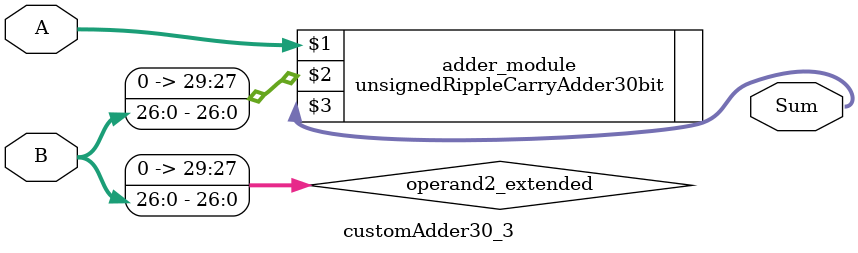
<source format=v>

module customAdder30_3(
                    input [29 : 0] A,
                    input [26 : 0] B,
                    
                    output [30 : 0] Sum
            );

    wire [29 : 0] operand2_extended;
    
    assign operand2_extended =  {3'b0, B};
    
    unsignedRippleCarryAdder30bit adder_module(
        A,
        operand2_extended,
        Sum
    );
    
endmodule
        
</source>
